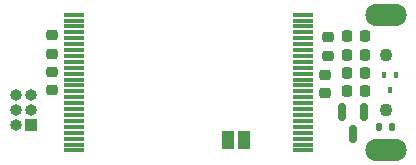
<source format=gbr>
%TF.GenerationSoftware,KiCad,Pcbnew,(7.0.0)*%
%TF.CreationDate,2023-03-08T14:18:51-08:00*%
%TF.ProjectId,ovrdrive,6f767264-7269-4766-952e-6b696361645f,rev?*%
%TF.SameCoordinates,Original*%
%TF.FileFunction,Soldermask,Bot*%
%TF.FilePolarity,Negative*%
%FSLAX46Y46*%
G04 Gerber Fmt 4.6, Leading zero omitted, Abs format (unit mm)*
G04 Created by KiCad (PCBNEW (7.0.0)) date 2023-03-08 14:18:51*
%MOMM*%
%LPD*%
G01*
G04 APERTURE LIST*
G04 Aperture macros list*
%AMRoundRect*
0 Rectangle with rounded corners*
0 $1 Rounding radius*
0 $2 $3 $4 $5 $6 $7 $8 $9 X,Y pos of 4 corners*
0 Add a 4 corners polygon primitive as box body*
4,1,4,$2,$3,$4,$5,$6,$7,$8,$9,$2,$3,0*
0 Add four circle primitives for the rounded corners*
1,1,$1+$1,$2,$3*
1,1,$1+$1,$4,$5*
1,1,$1+$1,$6,$7*
1,1,$1+$1,$8,$9*
0 Add four rect primitives between the rounded corners*
20,1,$1+$1,$2,$3,$4,$5,0*
20,1,$1+$1,$4,$5,$6,$7,0*
20,1,$1+$1,$6,$7,$8,$9,0*
20,1,$1+$1,$8,$9,$2,$3,0*%
G04 Aperture macros list end*
%ADD10C,1.100000*%
%ADD11O,3.500000X1.900000*%
%ADD12R,1.000000X1.000000*%
%ADD13O,1.000000X1.000000*%
%ADD14RoundRect,0.218750X-0.218750X-0.256250X0.218750X-0.256250X0.218750X0.256250X-0.218750X0.256250X0*%
%ADD15RoundRect,0.225000X-0.250000X0.225000X-0.250000X-0.225000X0.250000X-0.225000X0.250000X0.225000X0*%
%ADD16R,1.000000X1.500000*%
%ADD17RoundRect,0.225000X0.250000X-0.225000X0.250000X0.225000X-0.250000X0.225000X-0.250000X-0.225000X0*%
%ADD18R,0.400000X0.510000*%
%ADD19RoundRect,0.218750X0.256250X-0.218750X0.256250X0.218750X-0.256250X0.218750X-0.256250X-0.218750X0*%
%ADD20RoundRect,0.135000X0.135000X0.185000X-0.135000X0.185000X-0.135000X-0.185000X0.135000X-0.185000X0*%
%ADD21RoundRect,0.011200X0.768800X0.128800X-0.768800X0.128800X-0.768800X-0.128800X0.768800X-0.128800X0*%
%ADD22RoundRect,0.150000X-0.150000X0.587500X-0.150000X-0.587500X0.150000X-0.587500X0.150000X0.587500X0*%
%ADD23RoundRect,0.225000X0.225000X0.250000X-0.225000X0.250000X-0.225000X-0.250000X0.225000X-0.250000X0*%
%ADD24RoundRect,0.218750X0.218750X0.256250X-0.218750X0.256250X-0.218750X-0.256250X0.218750X-0.256250X0*%
G04 APERTURE END LIST*
D10*
%TO.C,J1*%
X142100000Y-101900000D03*
X142100000Y-106500000D03*
D11*
X142099999Y-98499999D03*
X142099999Y-109899999D03*
%TD*%
D12*
%TO.C,J3*%
X112069999Y-107799999D03*
D13*
X110799999Y-107799999D03*
X112069999Y-106529999D03*
X110799999Y-106529999D03*
X112069999Y-105259999D03*
X110799999Y-105259999D03*
%TD*%
D14*
%TO.C,D2*%
X138812500Y-100300000D03*
X140387500Y-100300000D03*
%TD*%
D15*
%TO.C,C2*%
X113900000Y-103275000D03*
X113900000Y-104825000D03*
%TD*%
D16*
%TO.C,JP1*%
X128799999Y-109049999D03*
X130099999Y-109049999D03*
%TD*%
D17*
%TO.C,C1*%
X136950000Y-105075000D03*
X136950000Y-103525000D03*
%TD*%
D18*
%TO.C,Q3*%
X141999999Y-103554999D03*
X142999999Y-103554999D03*
X142499999Y-104844999D03*
%TD*%
D19*
%TO.C,D4*%
X113900000Y-101787500D03*
X113900000Y-100212500D03*
%TD*%
D20*
%TO.C,R11*%
X142610000Y-108000000D03*
X141590000Y-108000000D03*
%TD*%
D15*
%TO.C,C3*%
X137250000Y-100375000D03*
X137250000Y-101925000D03*
%TD*%
D21*
%TO.C,U2*%
X115767500Y-98450000D03*
X115767500Y-98950000D03*
X115767500Y-99450000D03*
X115767500Y-99950000D03*
X115767500Y-100450000D03*
X115767500Y-100950000D03*
X115767500Y-101450000D03*
X115767500Y-101950000D03*
X115767500Y-102450000D03*
X115767500Y-102950000D03*
X115767500Y-103450000D03*
X115767500Y-103950000D03*
X115767500Y-104450000D03*
X115767500Y-104950000D03*
X115767500Y-105450000D03*
X115767500Y-105950000D03*
X115767500Y-106450000D03*
X115767500Y-106950000D03*
X115767500Y-107450000D03*
X115767500Y-107950000D03*
X115767500Y-108450000D03*
X115767500Y-108950000D03*
X115767500Y-109450000D03*
X115767500Y-109950000D03*
X135127500Y-109950000D03*
X135127500Y-109450000D03*
X135127500Y-108950000D03*
X135127500Y-108450000D03*
X135127500Y-107950000D03*
X135127500Y-107450000D03*
X135127500Y-106950000D03*
X135127500Y-106450000D03*
X135127500Y-105950000D03*
X135127500Y-105450000D03*
X135127500Y-104950000D03*
X135127500Y-104450000D03*
X135127500Y-103950000D03*
X135127500Y-103450000D03*
X135127500Y-102950000D03*
X135127500Y-102450000D03*
X135127500Y-101950000D03*
X135127500Y-101450000D03*
X135127500Y-100950000D03*
X135127500Y-100450000D03*
X135127500Y-99950000D03*
X135127500Y-99450000D03*
X135127500Y-98950000D03*
X135127500Y-98450000D03*
%TD*%
D22*
%TO.C,Q2*%
X138400000Y-106700000D03*
X140300000Y-106700000D03*
X139350000Y-108575000D03*
%TD*%
D23*
%TO.C,C14*%
X140375000Y-104900000D03*
X138825000Y-104900000D03*
%TD*%
%TO.C,C15*%
X140375000Y-103400000D03*
X138825000Y-103400000D03*
%TD*%
D24*
%TO.C,D3*%
X140387500Y-101900000D03*
X138812500Y-101900000D03*
%TD*%
M02*

</source>
